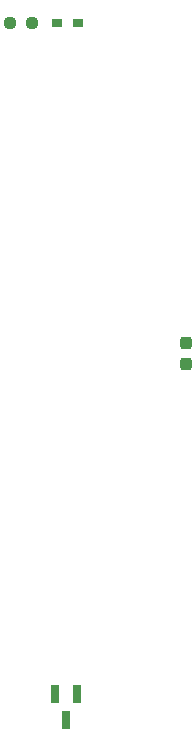
<source format=gbr>
G04 #@! TF.GenerationSoftware,KiCad,Pcbnew,8.0.8+dfsg-1*
G04 #@! TF.CreationDate,2025-06-05T15:25:50+09:00*
G04 #@! TF.ProjectId,bionic-tms32010,62696f6e-6963-42d7-946d-733332303130,2*
G04 #@! TF.SameCoordinates,Original*
G04 #@! TF.FileFunction,Paste,Top*
G04 #@! TF.FilePolarity,Positive*
%FSLAX46Y46*%
G04 Gerber Fmt 4.6, Leading zero omitted, Abs format (unit mm)*
G04 Created by KiCad (PCBNEW 8.0.8+dfsg-1) date 2025-06-05 15:25:50*
%MOMM*%
%LPD*%
G01*
G04 APERTURE LIST*
G04 Aperture macros list*
%AMRoundRect*
0 Rectangle with rounded corners*
0 $1 Rounding radius*
0 $2 $3 $4 $5 $6 $7 $8 $9 X,Y pos of 4 corners*
0 Add a 4 corners polygon primitive as box body*
4,1,4,$2,$3,$4,$5,$6,$7,$8,$9,$2,$3,0*
0 Add four circle primitives for the rounded corners*
1,1,$1+$1,$2,$3*
1,1,$1+$1,$4,$5*
1,1,$1+$1,$6,$7*
1,1,$1+$1,$8,$9*
0 Add four rect primitives between the rounded corners*
20,1,$1+$1,$2,$3,$4,$5,0*
20,1,$1+$1,$4,$5,$6,$7,0*
20,1,$1+$1,$6,$7,$8,$9,0*
20,1,$1+$1,$8,$9,$2,$3,0*%
G04 Aperture macros list end*
%ADD10RoundRect,0.237500X0.250000X0.237500X-0.250000X0.237500X-0.250000X-0.237500X0.250000X-0.237500X0*%
%ADD11R,0.660400X1.625600*%
%ADD12R,0.965200X0.762000*%
%ADD13RoundRect,0.237500X0.237500X-0.300000X0.237500X0.300000X-0.237500X0.300000X-0.237500X-0.300000X0*%
G04 APERTURE END LIST*
D10*
X110802500Y-71651000D03*
X108977500Y-71651000D03*
D11*
X114650001Y-128497000D03*
X112749999Y-128497000D03*
X113700000Y-130629000D03*
D12*
X112950700Y-71651000D03*
X114703300Y-71651000D03*
D13*
X123860000Y-100480000D03*
X123860000Y-98755000D03*
M02*

</source>
